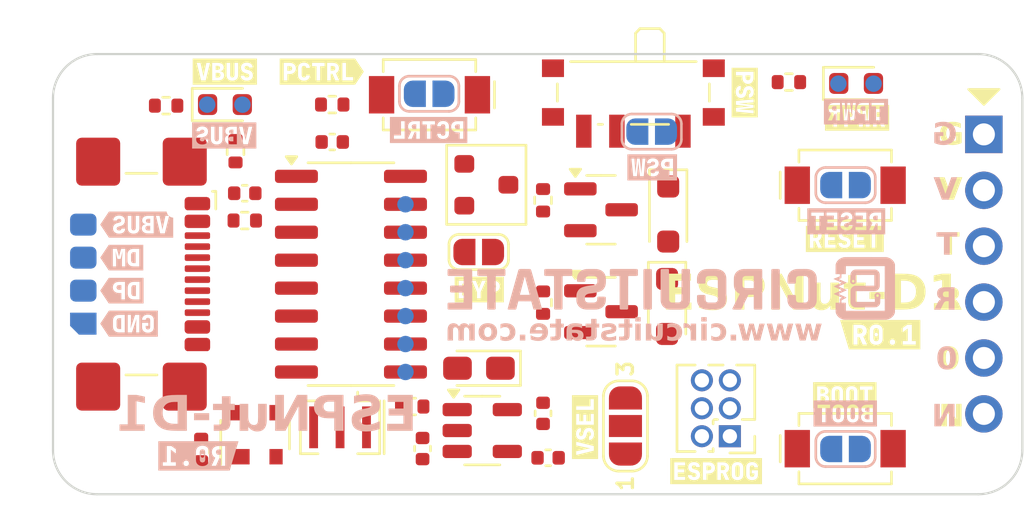
<source format=kicad_pcb>
(kicad_pcb (version 20241229) (generator "pcbnew") (generator_version "9.0")
  (title_block (date "2025-04-05") (rev "0.1"))
  (layers (0 "F.Cu" signal) (2 "B.Cu" signal) (13 "F.Paste" user) (15 "B.Paste" user) (5 "F.SilkS" user "F.Silkscreen") (7 "B.SilkS" user "B.Silkscreen") (1 "F.Mask" user) (3 "B.Mask" user) (25 "Edge.Cuts" user))
  (net 0 "")
  (net 1 "GND")
  (net 2 "/V3")
  (net 3 "VBUS")
  (net 4 "Net-(U2-BP)")
  (net 5 "+3V3")
  (net 6 "Net-(D1-K)")
  (net 7 "/ESP_NRST")
  (net 8 "Net-(D2-K)")
  (net 9 "/USB_D-")
  (net 10 "/USB_D+")
  (net 11 "/ESP_IO0")
  (net 12 "Net-(D4-K)")
  (net 13 "Net-(D5-K)")
  (net 14 "/ESP_VDD_O")
  (net 16 "Net-(J1-CC2)")
  (net 18 "Net-(J1-CC1)")
  (net 19 "/ESP_RX0")
  (net 20 "/ESP_TX0")
  (net 21 "Net-(JP3-A)")
  (net 22 "/ESP_VDD_I")
  (net 23 "Net-(JP6-B)")
  (net 24 "/RTS")
  (net 25 "Net-(Q1-B)")
  (net 26 "Net-(Q2-B)")
  (net 27 "/DTR")
  (net 28 "Net-(U1-RXD)")
  (net 29 "Net-(U1-R232)")
  (net 30 "Net-(U1-~{CTS})")
  (net 31 "Net-(U1-~{DSR})")
  (net 32 "Net-(U1-~{RI})")
  (net 33 "Net-(U1-~{DCD})")
  (net 34 "Net-(U1-XO)")
  (net 35 "Net-(U1-XI)")
  (footprint "Resistor_SMD:R_0402_1005Metric" (layer "F.Cu") (at 170.405 117.275)
    (property "Reference" "R9" (hide yes))
    (property "Value" "220R")
    (pad "1" smd roundrect (at -0.51 0) (size 0.54 0.64) (layers "F.Cu" "F.Mask" "F.Paste") (net 1 "GND"))
    (pad "2" smd roundrect (at 0.51 0) (size 0.54 0.64) (layers "F.Cu" "F.Mask" "F.Paste") (net 13 "Net-(D5-K)"))
  )
  (footprint "CSE_Solder-Jumper:Solder-Jumper-1x2_P1.3mm_Open_Rounded_1.0x1.2mm" (layer "F.Cu") (at 156.325 124.995)
    (property "Reference" "JP3" (hide yes))
    (property "Value" "VDD_CTRL_BYP")
    (pad "1" smd roundrect (at -0.65 0) (size 1 1.2) (layers "F.Cu" "F.Mask") (roundrect_rratio 0.4) (chamfer_ratio 0) (chamfer top_right bottom_right) (net 21 "Net-(JP3-A)"))
    (pad "2" smd roundrect (at 0.65 0) (size 1 1.2) (layers "F.Cu" "F.Mask") (roundrect_rratio 0.4) (chamfer_ratio 0) (chamfer top_left bottom_left) (net 22 "/ESP_VDD_I"))
  )
  (footprint "Diode_SMD:D_SOD-323_HandSoldering" (layer "F.Cu") (at 164.875 127.47 -90)
    (property "Reference" "D4" (hide yes))
    (property "Value" "RB751V40")
    (pad "1" smd roundrect (at -1.25 0 270) (size 1 1) (layers "F.Cu" "F.Mask" "F.Paste") (net 12 "Net-(D4-K)"))
    (pad "2" smd roundrect (at 1.25 0 270) (size 1 1) (layers "F.Cu" "F.Mask" "F.Paste") (net 11 "/ESP_IO0"))
  )
  (footprint "kibuzzard-67F0B0FE" (layer "F.Cu") (at 168.4 117.75 -90)
    (property "Reference" "kibuzzard-67F0B0FE" (hide yes))
    (property "Value" "G***" (hide yes))
  )
  (footprint "kibuzzard-67F0B847" (layer "F.Cu") (at 174.55 128.75)
    (property "Reference" "kibuzzard-67F0B847" (hide yes))
    (property "Value" "G***" (hide yes))
  )
  (footprint "LED_SMD:LED_0603_1608Metric" (layer "F.Cu") (at 173.455 117.335)
    (property "Reference" "D5" (hide yes))
    (property "Value" "ESP_PWR")
    (pad "1" smd roundrect (at -0.7875 0) (size 0.875 0.95) (layers "F.Cu" "F.Mask" "F.Paste") (net 13 "Net-(D5-K)"))
    (pad "2" smd roundrect (at 0.7875 0) (size 0.875 0.95) (layers "F.Cu" "F.Mask" "F.Paste") (net 14 "/ESP_VDD_O"))
  )
  (footprint "Resistor_SMD:R_0402_1005Metric" (layer "F.Cu") (at 153.305 132.015 180)
    (property "Reference" "R5" (hide yes))
    (property "Value" "220R")
    (pad "1" smd roundrect (at -0.51 0 180) (size 0.54 0.64) (layers "F.Cu" "F.Mask" "F.Paste") (net 20 "/ESP_TX0"))
    (pad "2" smd roundrect (at 0.51 0 180) (size 0.54 0.64) (layers "F.Cu" "F.Mask" "F.Paste") (net 28 "Net-(U1-RXD)"))
  )
  (footprint "kibuzzard-67F0B222" (layer "F.Cu") (at 144.8 116.8)
    (property "Reference" "kibuzzard-67F0B222" (hide yes))
    (property "Value" "G***" (hide yes))
  )
  (footprint "Package_SO:SOIC-16_3.9x9.9mm_P1.27mm" (layer "F.Cu") (at 150.525 126.001)
    (property "Reference" "U1" (hide yes))
    (property "Value" "CH340G")
    (pad "1" smd roundrect (at -2.475 -4.445) (size 1.95 0.6) (layers "F.Cu" "F.Mask" "F.Paste") (net 1 "GND"))
    (pad "2" smd roundrect (at -2.475 -3.175) (size 1.95 0.6) (layers "F.Cu" "F.Mask" "F.Paste") (net 19 "/ESP_RX0"))
    (pad "3" smd roundrect (at -2.475 -1.905) (size 1.95 0.6) (layers "F.Cu" "F.Mask" "F.Paste") (net 28 "Net-(U1-RXD)"))
    (pad "4" smd roundrect (at -2.475 -0.635) (size 1.95 0.6) (layers "F.Cu" "F.Mask" "F.Paste") (net 2 "/V3"))
    (pad "5" smd roundrect (at -2.475 0.635) (size 1.95 0.6) (layers "F.Cu" "F.Mask" "F.Paste") (net 10 "/USB_D+"))
    (pad "6" smd roundrect (at -2.475 1.905) (size 1.95 0.6) (layers "F.Cu" "F.Mask" "F.Paste") (net 9 "/USB_D-"))
    (pad "7" smd roundrect (at -2.475 3.175) (size 1.95 0.6) (layers "F.Cu" "F.Mask" "F.Paste") (net 35 "Net-(U1-XI)"))
    (pad "8" smd roundrect (at -2.475 4.445) (size 1.95 0.6) (layers "F.Cu" "F.Mask" "F.Paste") (net 34 "Net-(U1-XO)"))
    (pad "9" smd roundrect (at 2.475 4.445) (size 1.95 0.6) (layers "F.Cu" "F.Mask" "F.Paste") (net 30 "Net-(U1-~{CTS})"))
    (pad "10" smd roundrect (at 2.475 3.175) (size 1.95 0.6) (layers "F.Cu" "F.Mask" "F.Paste") (net 31 "Net-(U1-~{DSR})"))
    (pad "11" smd roundrect (at 2.475 1.905) (size 1.95 0.6) (layers "F.Cu" "F.Mask" "F.Paste") (net 32 "Net-(U1-~{RI})"))
    (pad "12" smd roundrect (at 2.475 0.635) (size 1.95 0.6) (layers "F.Cu" "F.Mask" "F.Paste") (net 33 "Net-(U1-~{DCD})"))
    (pad "13" smd roundrect (at 2.475 -0.635) (size 1.95 0.6) (layers "F.Cu" "F.Mask" "F.Paste") (net 27 "/DTR"))
    (pad "14" smd roundrect (at 2.475 -1.905) (size 1.95 0.6) (layers "F.Cu" "F.Mask" "F.Paste") (net 24 "/RTS"))
    (pad "15" smd roundrect (at 2.475 -3.175) (size 1.95 0.6) (layers "F.Cu" "F.Mask" "F.Paste") (net 29 "Net-(U1-R232)"))
    (pad "16" smd roundrect (at 2.475 -4.445) (size 1.95 0.6) (layers "F.Cu" "F.Mask" "F.Paste") (net 3 "VBUS"))
  )
  (footprint "Resistor_SMD:R_0402_1005Metric" (layer "F.Cu") (at 145.705 123.565 180)
    (property "Reference" "R6" (hide yes))
    (property "Value" "DNP")
    (pad "1" smd roundrect (at -0.51 0 180) (size 0.54 0.64) (layers "F.Cu" "F.Mask" "F.Paste") (net 28 "Net-(U1-RXD)"))
    (pad "2" smd roundrect (at 0.51 0 180) (size 0.54 0.64) (layers "F.Cu" "F.Mask" "F.Paste") (net 2 "/V3"))
  )
  (footprint "Resistor_SMD:R_0402_1005Metric" (layer "F.Cu") (at 142.135 118.345)
    (property "Reference" "R1" (hide yes))
    (property "Value" "220R")
    (pad "1" smd roundrect (at -0.51 0) (size 0.54 0.64) (layers "F.Cu" "F.Mask" "F.Paste") (net 1 "GND"))
    (pad "2" smd roundrect (at 0.51 0) (size 0.54 0.64) (layers "F.Cu" "F.Mask" "F.Paste") (net 8 "Net-(D2-K)"))
  )
  (footprint "MountingHole:MountingHole_2.2mm_M2_DIN965" (layer "F.Cu") (at 139 134)
    (property "Reference" "H2" (hide yes))
    (property "Value" "MountingHole")
    (pad "" np_thru_hole circle (at 0 0) (size 2.2 2.2) (drill 2.2) (layers "*.Cu" "*.Mask"))
  )
  (footprint "kibuzzard-67F0B314" (layer "F.Cu") (at 149.2 116.8)
    (property "Reference" "kibuzzard-67F0B314" (hide yes))
    (property "Value" "G***" (hide yes))
  )
  (footprint "Button_Switch_SMD:SW_SPDT_PCM12" (layer "F.Cu") (at 163.345 118.075 180)
    (property "Reference" "SW3" (hide yes))
    (property "Value" "ESP_VDD_SW")
    (pad "" smd rect (at -3.65 -0.78 180) (size 1 0.8) (layers "F.Cu" "F.Mask" "F.Paste"))
    (pad "" smd rect (at -3.65 1.43 180) (size 1 0.8) (layers "F.Cu" "F.Mask" "F.Paste"))
    (pad "" np_thru_hole circle (at -1.5 0.33 180) (size 0.9 0.9) (drill 0.9) (layers "*.Cu" "*.Mask"))
    (pad "" np_thru_hole circle (at 1.5 0.33 180) (size 0.9 0.9) (drill 0.9) (layers "*.Cu" "*.Mask"))
    (pad "" smd rect (at 3.65 -0.78 180) (size 1 0.8) (layers "F.Cu" "F.Mask" "F.Paste"))
    (pad "" smd rect (at 3.65 1.43 180) (size 1 0.8) (layers "F.Cu" "F.Mask" "F.Paste"))
    (pad "1" smd rect (at -2.25 -1.43 180) (size 0.7 1.5) (layers "F.Cu" "F.Mask" "F.Paste") (net 21 "Net-(JP3-A)"))
    (pad "2" smd rect (at 0.75 -1.43 180) (size 0.7 1.5) (layers "F.Cu" "F.Mask" "F.Paste") (net 14 "/ESP_VDD_O"))
    (pad "3" smd rect (at 2.25 -1.43 180) (size 0.7 1.5) (layers "F.Cu" "F.Mask" "F.Paste"))
  )
  (footprint "MountingHole:MountingHole_2.2mm_M2_DIN965" (layer "F.Cu") (at 139 118)
    (property "Reference" "H1" (hide yes))
    (property "Value" "MountingHole")
    (pad "" np_thru_hole circle (at 0 0) (size 2.2 2.2) (drill 2.2) (layers "*.Cu" "*.Mask"))
  )
  (footprint "Capacitor_SMD:C_0402_1005Metric" (layer "F.Cu") (at 149.675 119.995 180)
    (property "Reference" "C2" (hide yes))
    (property "Value" "0.1uF")
    (pad "1" smd roundrect (at -0.48 0 180) (size 0.56 0.62) (layers "F.Cu" "F.Mask" "F.Paste") (net 3 "VBUS"))
    (pad "2" smd roundrect (at 0.48 0 180) (size 0.56 0.62) (layers "F.Cu" "F.Mask" "F.Paste") (net 1 "GND"))
  )
  (footprint "Crystal:Resonator_SMD_Murata_CSTxExxV-3Pin_3.0x1.1mm" (layer "F.Cu") (at 150.03 132.96 180)
    (property "Reference" "Y1" (hide yes))
    (property "Value" "12MHz")
    (pad "1" smd rect (at -1.2 0 180) (size 0.4 1.9) (layers "F.Cu" "F.Mask" "F.Paste") (net 35 "Net-(U1-XI)"))
    (pad "2" smd rect (at 0 0 180) (size 0.4 1.9) (layers "F.Cu" "F.Mask" "F.Paste") (net 1 "GND"))
    (pad "3" smd rect (at 1.2 0 180) (size 0.4 1.9) (layers "F.Cu" "F.Mask" "F.Paste") (net 34 "Net-(U1-XO)"))
  )
  (footprint "Resistor_SMD:R_0402_1005Metric" (layer "F.Cu") (at 159.245 122.645 -90)
    (property "Reference" "R4" (hide yes))
    (property "Value" "10K")
    (pad "1" smd roundrect (at -0.51 0 270) (size 0.54 0.64) (layers "F.Cu" "F.Mask" "F.Paste") (net 25 "Net-(Q1-B)"))
    (pad "2" smd roundrect (at 0.51 0 270) (size 0.54 0.64) (layers "F.Cu" "F.Mask" "F.Paste") (net 27 "/DTR"))
  )
  (footprint "kibuzzard-67F0B186" (layer "F.Cu") (at 173.5 118.9)
    (property "Reference" "kibuzzard-67F0B186" (hide yes))
    (property "Value" "G***" (hide yes))
  )
  (footprint "Capacitor_SMD:C_0402_1005Metric" (layer "F.Cu") (at 159.475 134.345)
    (property "Reference" "C4" (hide yes))
    (property "Value" "470pF")
    (pad "1" smd roundrect (at -0.48 0) (size 0.56 0.62) (layers "F.Cu" "F.Mask" "F.Paste") (net 4 "Net-(U2-BP)"))
    (pad "2" smd roundrect (at 0.48 0) (size 0.56 0.62) (layers "F.Cu" "F.Mask" "F.Paste") (net 1 "GND"))
  )
  (footprint "Package_TO_SOT_SMD_AKL:SOT-23" (layer "F.Cu") (at 156.67 121.94)
    (property "Reference" "Q3" (hide yes))
    (property "Value" "Si2302CDS" (hide yes))
    (pad "1" smd roundrect (at -1 -0.95) (size 0.9 0.8) (layers "F.Cu" "F.Mask" "F.Paste") (net 23 "Net-(JP6-B)"))
    (pad "2" smd roundrect (at -1 0.95) (size 0.9 0.8) (layers "F.Cu" "F.Mask" "F.Paste") (net 21 "Net-(JP3-A)"))
    (pad "3" smd roundrect (at 1 0) (size 0.9 0.8) (layers "F.Cu" "F.Mask" "F.Paste") (net 22 "/ESP_VDD_I"))
  )
  (footprint "Resistor_SMD:R_0402_1005Metric" (layer "F.Cu") (at 149.675 118.295)
    (property "Reference" "R8" (hide yes))
    (property "Value" "5.1K")
    (pad "1" smd roundrect (at -0.51 0) (size 0.54 0.64) (layers "F.Cu" "F.Mask" "F.Paste") (net 27 "/DTR"))
    (pad "2" smd roundrect (at 0.51 0) (size 0.54 0.64) (layers "F.Cu" "F.Mask" "F.Paste") (net 23 "Net-(JP6-B)"))
  )
  (footprint "Resistor_SMD:R_0402_1005Metric" (layer "F.Cu") (at 145.285 120.415 90)
    (property "Reference" "R2" (hide yes))
    (property "Value" "5.1K")
    (pad "1" smd roundrect (at -0.51 0 90) (size 0.54 0.64) (layers "F.Cu" "F.Mask" "F.Paste") (net 18 "Net-(J1-CC1)"))
    (pad "2" smd roundrect (at 0.51 0 90) (size 0.54 0.64) (layers "F.Cu" "F.Mask" "F.Paste") (net 1 "GND"))
  )
  (footprint "Package_TO_SOT_SMD:SOT-23" (layer "F.Cu") (at 161.875 127.707)
    (property "Reference" "Q2" (hide yes))
    (property "Value" "BC817")
    (pad "1" smd roundrect (at -0.9375 -0.95) (size 1.475 0.6) (layers "F.Cu" "F.Mask" "F.Paste") (net 26 "Net-(Q2-B)"))
    (pad "2" smd roundrect (at -0.9375 0.95) (size 1.475 0.6) (layers "F.Cu" "F.Mask" "F.Paste") (net 27 "/DTR"))
    (pad "3" smd roundrect (at 0.9375 0) (size 1.475 0.6) (layers "F.Cu" "F.Mask" "F.Paste") (net 12 "Net-(D4-K)"))
  )
  (footprint "Package_TO_SOT_SMD:SOT-143" (layer "F.Cu") (at 146.175 133.295 90)
    (property "Reference" "D3" (hide yes))
    (property "Value" "SP0503BAHT")
    (pad "1" smd rect (at -1 -0.75 90) (size 0.7 1) (layers "F.Cu" "F.Mask" "F.Paste") (net 1 "GND"))
    (pad "2" smd rect (at -1 0.95 90) (size 0.7 0.6) (layers "F.Cu" "F.Mask" "F.Paste") (net 3 "VBUS"))
    (pad "3" smd rect (at 1 0.95 90) (size 0.7 0.6) (layers "F.Cu" "F.Mask" "F.Paste") (net 9 "/USB_D-"))
    (pad "4" smd rect (at 1 -0.95 90) (size 0.7 0.6) (layers "F.Cu" "F.Mask" "F.Paste") (net 10 "/USB_D+"))
  )
  (footprint "Capacitor_Tantalum_SMD:CP_EIA-2012-12_Kemet-R_Pad1.30x1.05mm_HandSolder" (layer "F.Cu") (at 156.335 130.275 180)
    (property "Reference" "C5" (hide yes))
    (property "Value" "2.2uF")
    (pad "1" smd roundrect (at -0.975 0 180) (size 1.3 1.05) (layers "F.Cu" "F.Mask" "F.Paste") (roundrect_rratio 0.238095) (net 5 "+3V3"))
    (pad "2" smd roundrect (at 0.975 0 180) (size 1.3 1.05) (layers "F.Cu" "F.Mask" "F.Paste") (roundrect_rratio 0.238095) (net 1 "GND"))
  )
  (footprint "kibuzzard-67F0B154" (layer "F.Cu") (at 172.9425 131.5)
    (property "Reference" "kibuzzard-67F0B154" (hide yes))
    (property "Value" "G***" (hide yes))
  )
  (footprint "CSE_Switch_SMD:CK_SW_SPST_UK-B0273-SP25Y" (layer "F.Cu") (at 172.96 133.93)
    (property "Reference" "SW2" (hide yes))
    (property "Value" "ESP_BOOT")
    (pad "1" smd rect (at -2.175 0) (size 1.15 1.7) (layers "F.Cu" "F.Mask" "F.Paste") (net 1 "GND"))
    (pad "2" smd rect (at 2.175 0) (size 1.15 1.7) (layers "F.Cu" "F.Mask" "F.Paste") (net 11 "/ESP_IO0"))
  )
  (footprint "kibuzzard-67F0B12D" (layer "F.Cu") (at 156.35 126.7)
    (property "Reference" "kibuzzard-67F0B12D" (hide yes))
    (property "Value" "G***" (hide yes))
  )
  (footprint "Capacitor_SMD:C_0402_1005Metric" (layer "F.Cu") (at 153.775 133.925 90)
    (property "Reference" "C3" (hide yes))
    (property "Value" "10uF")
    (pad "1" smd roundrect (at -0.48 0 90) (size 0.56 0.62) (layers "F.Cu" "F.Mask" "F.Paste") (net 3 "VBUS"))
    (pad "2" smd roundrect (at 0.48 0 90) (size 0.56 0.62) (layers "F.Cu" "F.Mask" "F.Paste") (net 1 "GND"))
  )
  (footprint "CSE_Connector_USB:USB_C_Receptacle_GCT_USB4110" (layer "F.Cu") (at 139.875 126 -90)
    (property "Reference" "J1" (hide yes))
    (property "Value" "USB_C_Receptacle_USB2.0")
    (pad "" np_thru_hole circle (at -2.89 -2.605 270) (size 0.65 0.65) (drill 0.65) (layers "*.Cu" "*.Mask"))
    (pad "" np_thru_hole circle (at 2.89 -2.605 270) (size 0.65 0.65) (drill 0.65) (layers "*.Cu" "*.Mask"))
    (pad "A1" smd roundrect (at -3.2 -3.68 270) (size 0.6 1.15) (layers "F.Cu" "F.Mask" "F.Paste") (net 1 "GND"))
    (pad "A4" smd roundrect (at -2.4 -3.68 270) (size 0.6 1.15) (layers "F.Cu" "F.Mask" "F.Paste") (net 3 "VBUS"))
    (pad "A5" smd roundrect (at -1.25 -3.68 270) (size 0.3 1.15) (layers "F.Cu" "F.Mask" "F.Paste") (net 18 "Net-(J1-CC1)"))
    (pad "A6" smd roundrect (at -0.25 -3.68 270) (size 0.3 1.15) (layers "F.Cu" "F.Mask" "F.Paste") (net 10 "/USB_D+"))
    (pad "A7" smd roundrect (at 0.25 -3.68 270) (size 0.3 1.15) (layers "F.Cu" "F.Mask" "F.Paste") (net 9 "/USB_D-"))
    (pad "A8" smd roundrect (at 1.25 -3.68 270) (size 0.3 1.15) (layers "F.Cu" "F.Mask" "F.Paste"))
    (pad "A9" smd roundrect (at 2.4 -3.68 270) (size 0.6 1.15) (layers "F.Cu" "F.Mask" "F.Paste") (net 3 "VBUS"))
    (pad "A12" smd roundrect (at 3.2 -3.68 270) (size 0.6 1.15) (layers "F.Cu" "F.Mask" "F.Paste") (net 1 "GND"))
    (pad "B1" smd roundrect (at 3.2 -3.68 270) (size 0.6 1.15) (layers "F.Cu" "F.Mask" "F.Paste") (net 1 "GND"))
    (pad "B4" smd roundrect (at 2.4 -3.68 270) (size 0.6 1.15) (layers "F.Cu" "F.Mask" "F.Paste") (net 3 "VBUS"))
    (pad "B5" smd roundrect (at 1.75 -3.68 270) (size 0.3 1.15) (layers "F.Cu" "F.Mask" "F.Paste") (net 16 "Net-(J1-CC2)"))
    (pad "B6" smd roundrect (at 0.75 -3.68 270) (size 0.3 1.15) (layers "F.Cu" "F.Mask" "F.Paste") (net 10 "/USB_D+"))
    (pad "B7" smd roundrect (at -0.75 -3.68 270) (size 0.3 1.15) (layers "F.Cu" "F.Mask" "F.Paste") (net 9 "/USB_D-"))
    (pad "B8" smd roundrect (at -1.75 -3.68 270) (size 0.3 1.15) (layers "F.Cu" "F.Mask" "F.Paste"))
    (pad "B9" smd roundrect (at -2.4 -3.68 270) (size 0.6 1.15) (layers "F.Cu" "F.Mask" "F.Paste") (net 3 "VBUS"))
    (pad "B12" smd roundrect (at -3.2 -3.68 270) (size 0.6 1.15) (layers "F.Cu" "F.Mask" "F.Paste") (net 1 "GND"))
    (pad "S1" smd roundrect (at -5.11 -3.105 270) (size 2.18 2) (layers "F.Cu" "F.Mask" "F.Paste") (roundrect_rratio 0.125) (net 1 "GND"))
    (pad "S1" smd roundrect (at -5.11 0.825 270) (size 2.18 2) (layers "F.Cu" "F.Mask" "F.Paste") (roundrect_rratio 0.125) (net 1 "GND"))
    (pad "S1" smd roundrect (at 5.11 -3.105 270) (size 2.18 2) (layers "F.Cu" "F.Mask" "F.Paste") (roundrect_rratio 0.125) (net 1 "GND"))
    (pad "S1" smd roundrect (at 5.11 0.825 270) (size 2.18 2) (layers "F.Cu" "F.Mask" "F.Paste") (roundrect_rratio 0.125) (net 1 "GND"))
  )
  (footprint "Connector_PinHeader_1.27mm:PinHeader_2x03_P1.27mm_Vertical" (layer "F.Cu") (at 167.725 133.365 180)
    (property "Reference" "J4" (hide yes))
    (property "Value" "ESP_PROG")
    (pad "1" thru_hole rect (at 0 0 180) (size 1 1) (drill 0.65) (layers "*.Cu" "*.Mask") (net 7 "/ESP_NRST"))
    (pad "2" thru_hole oval (at 1.27 0 180) (size 1 1) (drill 0.65) (layers "*.Cu" "*.Mask") (net 14 "/ESP_VDD_O"))
    (pad "3" thru_hole oval (at 0 1.27 180) (size 1 1) (drill 0.65) (layers "*.Cu" "*.Mask") (net 20 "/ESP_TX0"))
    (pad "4" thru_hole oval (at 1.27 1.27 180) (size 1 1) (drill 0.65) (layers "*.Cu" "*.Mask") (net 1 "GND"))
    (pad "5" thru_hole oval (at 0 2.54 180) (size 1 1) (drill 0.65) (layers "*.Cu" "*.Mask") (net 19 "/ESP_RX0"))
    (pad "6" thru_hole oval (at 1.27 2.54 180) (size 1 1) (drill 0.65) (layers "*.Cu" "*.Mask") (net 11 "/ESP_IO0"))
  )
  (footprint "CSE_Switch_SMD:CK_SW_SPST_UK-B0273-SP25Y" (layer "F.Cu") (at 154.09 117.85 180)
    (property "Reference" "SW4" (hide yes))
    (property "Value" "POW_CTRL")
    (pad "1" smd rect (at -2.175 0 180) (size 1.15 1.7) (layers "F.Cu" "F.Mask" "F.Paste") (net 1 "GND"))
    (pad "2" smd rect (at 2.175 0 180) (size 1.15 1.7) (layers "F.Cu" "F.Mask" "F.Paste") (net 23 "Net-(JP6-B)"))
  )
  (footprint "Package_TO_SOT_SMD:SOT-23" (layer "F.Cu") (at 161.875 123.076)
    (property "Reference" "Q1" (hide yes))
    (property "Value" "BC817")
    (pad "1" smd roundrect (at -0.9375 -0.95) (size 1.475 0.6) (layers "F.Cu" "F.Mask" "F.Paste") (net 25 "Net-(Q1-B)"))
    (pad "2" smd roundrect (at -0.9375 0.95) (size 1.475 0.6) (layers "F.Cu" "F.Mask" "F.Paste") (net 24 "/RTS"))
    (pad "3" smd roundrect (at 0.9375 0) (size 1.475 0.6) (layers "F.Cu" "F.Mask" "F.Paste") (net 6 "Net-(D1-K)"))
  )
  (footprint "CSE_Switch_SMD:CK_SW_SPST_UK-B0273-SP25Y" (layer "F.Cu") (at 172.96 121.96)
    (property "Reference" "SW1" (hide yes))
    (property "Value" "ESP_RST")
    (pad "1" smd rect (at -2.175 0) (size 1.15 1.7) (layers "F.Cu" "F.Mask" "F.Paste") (net 1 "GND"))
    (pad "2" smd rect (at 2.175 0) (size 1.15 1.7) (layers "F.Cu" "F.Mask" "F.Paste") (net 7 "/ESP_NRST"))
  )
  (footprint "LED_SMD:LED_0603_1608Metric" (layer "F.Cu") (at 144.805 118.295)
    (property "Reference" "D2" (hide yes))
    (property "Value" "VBUS_LED")
    (pad "1" smd roundrect (at -0.7875 0) (size 0.875 0.95) (layers "F.Cu" "F.Mask" "F.Paste") (net 8 "Net-(D2-K)"))
    (pad "2" smd roundrect (at 0.7875 0) (size 0.875 0.95) (layers "F.Cu" "F.Mask" "F.Paste") (net 3 "VBUS"))
  )
  (footprint "kibuzzard-67F0B13A" (layer "F.Cu") (at 161.15 132.95 90)
    (property "Reference" "kibuzzard-67F0B13A" (hide yes))
    (property "Value" "G***" (hide yes))
  )
  (footprint "Connector_PinHeader_2.54mm:PinHeader_1x06_P2.54mm_Vertical" (layer "F.Cu") (at 179.255 119.65)
    (property "Reference" "J2" (hide yes))
    (property "Value" "ESP_CONN")
    (pad "1" thru_hole rect (at 0 0) (size 1.7 1.7) (drill 1) (layers "*.Cu" "*.Mask") (net 1 "GND"))
    (pad "2" thru_hole oval (at 0 2.54) (size 1.7 1.7) (drill 1) (layers "*.Cu" "*.Mask") (net 14 "/ESP_VDD_O"))
    (pad "3" thru_hole oval (at 0 5.08) (size 1.7 1.7) (drill 1) (layers "*.Cu" "*.Mask") (net 20 "/ESP_TX0"))
    (pad "4" thru_hole oval (at 0 7.62) (size 1.7 1.7) (drill 1) (layers "*.Cu" "*.Mask") (net 19 "/ESP_RX0"))
    (pad "5" thru_hole oval (at 0 10.16) (size 1.7 1.7) (drill 1) (layers "*.Cu" "*.Mask") (net 11 "/ESP_IO0"))
    (pad "6" thru_hole oval (at 0 12.7) (size 1.7 1.7) (drill 1) (layers "*.Cu" "*.Mask") (net 7 "/ESP_NRST"))
  )
  (footprint "CSE_Solder-Jumper:Solder-Jumper-1x3_P1.3mm_Open_Rounded_1.0x1.5mm_Labels" (layer "F.Cu") (at 162.985 132.9 90)
    (property "Reference" "JP4" (hide yes))
    (property "Value" "ESPV_SEL")
    (fp_text user "1" (at -2.6 0 90) (layer "F.SilkS") (effects (font (size 0.7 0.7))))
    (fp_text user "3" (at 2.6 0 90) (layer "F.SilkS") (effects (font (size 0.7 0.7))))
    (pad "1" smd custom (at -1.3 0 90) (size 1 0.5) (layers "F.Cu" "F.Mask") (net 3 "VBUS") (options (clearance outline) (anchor rect)) (primitives (gr_circle (center 0 0.25) (end 0.5 0.25) (width 0) (fill yes)) (gr_circle (center 0 -0.25) (end 0.5 -0.25) (width 0) (fill yes)) (gr_poly (pts (xy 0.55 0.75) (xy 0 0.75) (xy 0 -0.75) (xy 0.55 -0.75)) (width 0) (fill yes))))
    (pad "2" smd rect (at 0 0 90) (size 1 1.5) (layers "F.Cu" "F.Mask") (net 22 "/ESP_VDD_I"))
    (pad "3" smd custom (at 1.3 0 90) (size 1 0.5) (layers "F.Cu" "F.Mask") (net 5 "+3V3") (options (clearance outline) (anchor rect)) (primitives (gr_circle (center 0 0.25) (end 0.5 0.25) (width 0) (fill yes)) (gr_circle (center 0 -0.25) (end 0.5 -0.25) (width 0) (fill yes)) (gr_poly (pts (xy 0 0.75) (xy -0.55 0.75) (xy -0.55 -0.75) (xy 0 -0.75)) (width 0) (fill yes))))
  )
  (footprint "kibuzzard-67F0B15A" (layer "F.Cu") (at 172.9425 124.4)
    (property "Reference" "kibuzzard-67F0B15A" (hide yes))
    (property "Value" "G***" (hide yes))
  )
  (footprint "kibuzzard-67F0B829" (layer "F.Cu") (at 167.1 134.95)
    (property "Reference" "kibuzzard-67F0B829" (hide yes))
    (property "Value" "G***" (hide yes))
  )
  (footprint "Diode_SMD:D_SOD-323_HandSoldering" (layer "F.Cu") (at 164.925 123.27 -90)
    (property "Reference" "D1" (hide yes))
    (property "Value" "RB751V40")
    (pad "1" smd roundrect (at -1.25 0 270) (size 1 1) (layers "F.Cu" "F.Mask" "F.Paste") (net 6 "Net-(D1-K)"))
    (pad "2" smd roundrect (at 1.25 0 270) (size 1 1) (layers "F.Cu" "F.Mask" "F.Paste") (net 7 "/ESP_NRST"))
  )
  (footprint "Resistor_SMD:R_0402_1005Metric" (layer "F.Cu") (at 143.725 133.985 -90)
    (property "Reference" "R3" (hide yes))
    (property "Value" "5.1K")
    (pad "1" smd roundrect (at -0.51 0 270) (size 0.54 0.64) (layers "F.Cu" "F.Mask" "F.Paste") (net 16 "Net-(J1-CC2)"))
    (pad "2" smd roundrect (at 0.51 0 270) (size 0.54 0.64) (layers "F.Cu" "F.Mask" "F.Paste") (net 1 "GND"))
  )
  (footprint "Resistor_SMD:R_0402_1005Metric" (layer "F.Cu") (at 159.245 127.295 90)
    (property "Reference" "R7" (hide yes))
    (property "Value" "10K")
    (pad "1" smd roundrect (at -0.51 0 90) (size 0.54 0.64) (layers "F.Cu" "F.Mask" "F.Paste") (net 26 "Net-(Q2-B)"))
    (pad "2" smd roundrect (at 0.51 0 90) (size 0.54 0.64) (layers "F.Cu" "F.Mask" "F.Paste") (net 24 "/RTS"))
  )
  (footprint "Capacitor_SMD:C_0402_1005Metric" (layer "F.Cu") (at 145.705 122.325 180)
    (property "Reference" "C1" (hide yes))
    (property "Value" "0.1uF")
    (pad "1" smd roundrect (at -0.48 0 180) (size 0.56 0.62) (layers "F.Cu" "F.Mask" "F.Paste") (net 2 "/V3"))
    (pad "2" smd roundrect (at 0.48 0 180) (size 0.56 0.62) (layers "F.Cu" "F.Mask" "F.Paste") (net 1 "GND"))
  )
  (footprint "Capacitor_SMD:C_0402_1005Metric" (layer "F.Cu") (at 159.245 132.325 -90)
    (property "Reference" "C6" (hide yes))
    (property "Value" "10uF")
    (pad "1" smd roundrect (at -0.48 0 270) (size 0.56 0.62) (layers "F.Cu" "F.Mask" "F.Paste") (net 5 "+3V3"))
    (pad "2" smd roundrect (at 0.48 0 270) (size 0.56 0.62) (layers "F.Cu" "F.Mask" "F.Paste") (net 1 "GND"))
  )
  (footprint "Package_TO_SOT_SMD:SOT-23-5" (layer "F.Cu") (at 156.485 133.106)
    (property "Reference" "U2" (hide yes))
    (property "Value" "MIC5219-3.3YM5")
    (pad "1" smd roundrect (at -1.1375 -0.95) (size 1.325 0.6) (layers "F.Cu" "F.Mask" "F.Paste") (net 3 "VBUS"))
    (pad "2" smd roundrect (at -1.1375 0) (size 1.325 0.6) (layers "F.Cu" "F.Mask" "F.Paste") (net 1 "GND"))
    (pad "3" smd roundrect (at -1.1375 0.95) (size 1.325 0.6) (layers "F.Cu" "F.Mask" "F.Paste") (net 3 "VBUS"))
    (pad "4" smd roundrect (at 1.1375 0.95) (size 1.325 0.6) (layers "F.Cu" "F.Mask" "F.Paste") (net 4 "Net-(U2-BP)"))
    (pad "5" smd roundrect (at 1.1375 -0.95) (size 1.325 0.6) (layers "F.Cu" "F.Mask" "F.Paste") (net 5 "+3V3"))
  )
  (footprint "SparkFun-Connector:TestPoint-0.75mm" (layer "B.Cu") (at 153 122.826 180)
    (property "Reference" "TP1" (hide yes))
    (property "Value" "R232")
    (pad "1" smd roundrect (at 0 0 180) (size 0.75 0.75) (layers "B.Cu" "B.Mask") (roundrect_rratio 0.5) (net 29 "Net-(U1-R232)"))
  )
  (footprint "kibuzzard-67F0C2E8" (layer "B.Cu") (at 140.8 123.75 180)
    (property "Reference" "kibuzzard-67F0C2E8" (hide yes))
    (property "Value" "G***" (hide yes))
  )
  (footprint "SparkFun-Connector:TestPoint-0.75mm" (layer "B.Cu") (at 153 129.176 180)
    (property "Reference" "TP3" (hide yes))
    (property "Value" "DSR")
    (pad "1" smd roundrect (at 0 0 180) (size 0.75 0.75) (layers "B.Cu" "B.Mask") (roundrect_rratio 0.5) (net 31 "Net-(U1-~{DSR})"))
  )
  (footprint "CSE_Graphics:CSE-Logomark-20.4x5mm" (layer "B.Cu") (at 165.05 126.85 180)
    (property "Reference" "G***" (hide yes))
    (property "Value" "LOGO" (hide yes))
  )
  (footprint "kibuzzard-67F0B15A" (layer "B.Cu") (at 173.0075 123.6 180)
    (property "Reference" "kibuzzard-67F0B15A" (hide yes))
    (property "Value" "G***" (hide yes))
  )
  (footprint "SparkFun-Connector:TestPoint-0.75mm" (layer "B.Cu") (at 145.599264 118.300736)
    (property "Reference" "TP8" (hide yes))
    (property "Value" "CTS")
    (pad "1" smd roundrect (at 0 0) (size 0.75 0.75) (layers "B.Cu" "B.Mask") (roundrect_rratio 0.5) (net 3 "VBUS"))
  )
  (footprint "SparkFun-Connector:TestPoint-0.75mm" (layer "B.Cu") (at 153 127.906 180)
    (property "Reference" "TP4" (hide yes))
    (property "Value" "RI")
    (pad "1" smd roundrect (at 0 0 180) (size 0.75 0.75) (layers "B.Cu" "B.Mask") (roundrect_rratio 0.5) (net 32 "Net-(U1-~{RI})"))
  )
  (footprint "SparkFun-Connector:TestPoint-0.75mm" (layer "B.Cu") (at 153 126.636 180)
    (property "Reference" "TP5" (hide yes))
    (property "Value" "DCD")
    (pad "1" smd roundrect (at 0 0 180) (size 0.75 0.75) (layers "B.Cu" "B.Mask") (roundrect_rratio 0.5) (net 33 "Net-(U1-~{DCD})"))
  )
  (footprint "kibuzzard-67F0B154" (layer "B.Cu") (at 172.960753 132.330822 180)
    (property "Reference" "kibuzzard-67F0B154" (hide yes))
    (property "Value" "G***" (hide yes))
  )
  (footprint "kibuzzard-67F0C318" (layer "B.Cu") (at 140.451507 128.25 180)
    (property "Reference" "kibuzzard-67F0C318" (hide yes))
    (property "Value" "G***" (hide yes))
  )
  (footprint "SparkFun-Connector:TestPoint-0.75mm" (layer "B.Cu") (at 174.249264 117.34632)
    (property "Reference" "TP10" (hide yes))
    (property "Value" "CTS")
    (pad "1" smd roundrect (at 0 0) (size 0.75 0.75) (layers "B.Cu" "B.Mask") (roundrect_rratio 0.5) (net 14 "/ESP_VDD_O"))
  )
  (footprint "kibuzzard-67F0B0FE" (layer "B.Cu") (at 164.2 121.15 180)
    (property "Reference" "kibuzzard-67F0B0FE" (hide yes))
    (property "Value" "G***" (hide yes))
  )
  (footprint "kibuzzard-67F0B222" (layer "B.Cu") (at 144.772192 119.7 180)
    (property "Reference" "kibuzzard-67F0B222" (hide yes))
    (property "Value" "G***" (hide yes))
  )
  (footprint "SparkFun-Connector:TestPoint-0.75mm" (layer "B.Cu") (at 153 125.366 180)
    (property "Reference" "TP6" (hide yes))
    (property "Value" "DTR")
    (pad "1" smd roundrect (at 0 0 180) (size 0.75 0.75) (layers "B.Cu" "B.Mask") (roundrect_rratio 0.5) (net 27 "/DTR"))
  )
  (footprint "CSE_Solder-Jumper:Solder-Jumper-1x2_P1.3mm_Open_Rounded_1.0x1.2mm" (layer "B.Cu") (at 172.975 133.945)
    (property "Reference" "JP2" (hide yes))
    (property "Value" "ESP_BOOT")
    (pad "1" smd roundrect (at -0.65 0) (size 1 1.2) (layers "B.Cu" "B.Mask") (roundrect_rratio 0.4) (chamfer_ratio 0) (chamfer top_right bottom_right) (net 1 "GND"))
    (pad "2" smd roundrect (at 0.65 0) (size 1 1.2) (layers "B.Cu" "B.Mask") (roundrect_rratio 0.4) (chamfer_ratio 0) (chamfer top_left bottom_left) (net 11 "/ESP_IO0"))
  )
  (footprint "CSE_Solder-Jumper:Solder-Jumper-1x2_P1.3mm_Open_Rounded_1.0x1.2mm" (layer "B.Cu") (at 172.975 121.955)
    (property "Reference" "JP1" (hide yes))
    (property "Value" "ESP_RST")
    (pad "1" smd roundrect (at -0.65 0) (size 1 1.2) (layers "B.Cu" "B.Mask") (roundrect_rratio 0.4) (chamfer_ratio 0) (chamfer top_right bottom_right) (net 1 "GND"))
    (pad "2" smd roundrect (at 0.65 0) (size 1 1.2) (layers "B.Cu" "B.Mask") (roundrect_rratio 0.4) (chamfer_ratio 0) (chamfer top_left bottom_left) (net 7 "/ESP_NRST"))
  )
  (footprint "SparkFun-Connector:TestPoint-0.75mm" (layer "B.Cu") (at 172.649264 117.344848)
    (property "Reference" "TP11" (hide yes))
    (property "Value" "CTS")
    (pad "1" smd roundrect (at 0 0) (size 0.75 0.75) (layers "B.Cu" "B.Mask") (roundrect_rratio 0.5) (net 13 "Net-(D5-K)"))
  )
  (footprint "kibuzzard-67F0C30C" (layer "B.Cu") (at 140.127306 126.75 180)
    (property "Reference" "kibuzzard-67F0C30C" (hide yes))
    (property "Value" "G***" (hide yes))
  )
  (footprint "kibuzzard-67F0C300" (layer "B.Cu") (at 140.120731 125.25 180)
    (property "Reference" "kibuzzard-67F0C300" (hide yes))
    (property "Value" "G***" (hide yes))
  )
  (footprint "CSE_Solder-Jumper:Solder-Jumper-1x2_P1.3mm_Open_Rounded_1.0x1.2mm" (layer "B.Cu") (at 164.175 119.525 180)
    (property "Reference" "JP5" (hide yes))
    (property "Value" "ESP_VDD_SW")
    (pad "1" smd roundrect (at -0.65 0 180) (size 1 1.2) (layers "B.Cu" "B.Mask") (roundrect_rratio 0.4) (chamfer_ratio 0) (chamfer top_right bottom_right) (net 14 "/ESP_VDD_O"))
    (pad "2" smd roundrect (at 0.65 0 180) (size 1 1.2) (layers "B.Cu" "B.Mask") (roundrect_rratio 0.4) (chamfer_ratio 0) (chamfer top_left bottom_left) (net 21 "Net-(JP3-A)"))
  )
  (footprint "kibuzzard-67F0B186" (layer "B.Cu") (at 173.45 118.617352 180)
    (property "Reference" "kibuzzard-67F0B186" (hide yes))
    (property "Value" "G***" (hide yes))
  )
  (footprint "CSE_Solder-Jumper:Solder-Jumper-1x2_P1.3mm_Open_Rounded_1.0x1.2mm" (layer "B.Cu") (at 154.075 117.805 180)
    (property "Reference" "JP6" (hide yes))
    (property "Value" "POW_CTRL")
    (pad "1" smd roundrect (at -0.65 0 180) (size 1 1.2) (layers "B.Cu" "B.Mask") (roundrect_rratio 0.4) (chamfer_ratio 0) (chamfer top_right bottom_right) (net 1 "GND"))
    (pad "2" smd roundrect (at 0.65 0 180) (size 1 1.2) (layers "B.Cu" "B.Mask") (roundrect_rratio 0.4) (chamfer_ratio 0) (chamfer top_left bottom_left) (net 23 "Net-(JP6-B)"))
  )
  (footprint "CSE_Solderpads:Solderpad_1x4_Rectangular_Rounded_1.2x1mm_P1.5mm" (layer "B.Cu") (at 138.375 126)
    (property "Reference" "J3" (hide yes))
    (property "Value" "USB_PADS")
    (pad "1" smd roundrect (at 0 2.25) (size 1.2 1) (layers "B.Cu" "B.Mask") (roundrect_rratio 0) (chamfer_ratio 0.4) (chamfer bottom_left) (net 1 "GND"))
    (pad "2" smd roundrect (at 0 0.75) (size 1.2 1) (layers "B.Cu" "B.Mask") (net 10 "/USB_D+"))
    (pad "3" smd roundrect (at 0 -0.75) (size 1.2 1) (layers "B.Cu" "B.Mask") (net 9 "/USB_D-"))
    (pad "4" smd roundrect (at 0 -2.25) (size 1.2 1) (layers "B.Cu" "B.Mask") (net 3 "VBUS"))
  )
  (footprint "SparkFun-Connector:TestPoint-0.75mm" (layer "B.Cu") (at 143.999264 118.297792)
    (property "Reference" "TP9" (hide yes))
    (property "Value" "CTS")
    (pad "1" smd roundrect (at 0 0) (size 0.75 0.75) (layers "B.Cu" "B.Mask") (roundrect_rratio 0.5) (net 8 "Net-(D2-K)"))
  )
  (footprint "kibuzzard-67F0B847" (layer "B.Cu") (at 143.6 134.258296 180)
    (property "Reference" "kibuzzard-67F0B847" (hide yes))
    (property "Value" "G***" (hide yes))
  )
  (footprint "SparkFun-Connector:TestPoint-0.75mm" (layer "B.Cu") (at 153 130.446 180)
    (property "Reference" "TP2" (hide yes))
    (property "Value" "CTS")
    (pad "1" smd roundrect (at 0 0 180) (size 0.75 0.75) (layers "B.Cu" "B.Mask") (roundrect_rratio 0.5) (net 30 "Net-(U1-~{CTS})"))
  )
  (footprint "kibuzzard-67F0C2BD" (layer "B.Cu") (at 154.05 119.45 180)
    (property "Reference" "kibuzzard-67F0C2BD" (hide yes))
    (property "Value" "G***" (hide yes))
  )
  (footprint "SparkFun-Connector:TestPoint-0.75mm" (layer "B.Cu") (at 153 124.096 180)
    (property "Reference" "TP7" (hide yes))
    (property "Value" "RTS")
    (pad "1" smd roundrect (at 0 0 180) (size 0.75 0.75) (layers "B.Cu" "B.Mask") (roundrect_rratio 0.5) (net 24 "/RTS"))
  )
  (gr_poly (pts (xy 178.555 117.6) (xy 179.255 118.3) (xy 179.955 117.6)) (stroke (width 0.1)) (fill yes) (layer "F.SilkS"))
  (gr_line (start 179 136) (end 139 136) (stroke (width 0.1)) (layer "Edge.Cuts"))
  (gr_arc (start 179 116) (mid 180.414214 116.585786) (end 181 118) (stroke (width 0.1)) (layer "Edge.Cuts"))
  (gr_arc (start 137 118) (mid 137.585786 116.585786) (end 139 116) (stroke (width 0.1)) (layer "Edge.Cuts"))
  (gr_arc (start 181 134) (mid 180.414214 135.414214) (end 179 136) (stroke (width 0.1)) (layer "Edge.Cuts"))
  (gr_arc (start 139 136) (mid 137.585786 135.414214) (end 137 134) (stroke (width 0.1)) (layer "Edge.Cuts"))
  (gr_line (start 139 116) (end 179 116) (stroke (width 0.1)) (layer "Edge.Cuts"))
  (gr_line (start 181 118) (end 181 134) (stroke (width 0.1)) (layer "Edge.Cuts"))
  (gr_line (start 137 134) (end 137 118) (stroke (width 0.1)) (layer "Edge.Cuts"))
  (gr_text "ESPNut-D1" (at 171.45 126.94624 0) (layer "F.SilkS") (effects (font (size 1.6 1.6) (thickness 0.3) (bold yes))))
  (gr_text "N" (at 177.2 132.5 0) (layer "F.SilkS") (effects (font (size 1 1) (thickness 0.16) (bold yes)) (justify left)))
  (gr_text "T" (at 177.2 124.7 0) (layer "F.SilkS") (effects (font (size 1 1) (thickness 0.16) (bold yes)) (justify left)))
  (gr_text "G" (at 177.2 119.7 0) (layer "F.SilkS") (effects (font (size 1 1) (thickness 0.16) (bold yes)) (justify left)))
  (gr_text "R" (at 177.2 127.2 0) (layer "F.SilkS") (effects (font (size 1 1) (thickness 0.16) (bold yes)) (justify left)))
  (gr_text "0" (at 177.2 129.9 0) (layer "F.SilkS") (effects (font (size 1 1) (thickness 0.16) (bold yes)) (justify left)))
  (gr_text "V" (at 177.2 122.2 0) (layer "F.SilkS") (effects (font (size 1 1) (thickness 0.16) (bold yes)) (justify left)))
  (gr_text "www.circuitstate.com" (at 154.8 128.6 0) (layer "B.SilkS") (effects (font (size 1 1) (thickness 0.15) (bold yes)) (justify right mirror)))
  (gr_text "T" (at 178.05 124.7 0) (layer "B.SilkS") (effects (font (size 1 1) (thickness 0.16) (bold yes)) (justify left mirror)))
  (gr_text "ESPNut-D1" (at 146.7 132.454536 0) (layer "B.SilkS") (effects (font (size 1.6 1.6) (thickness 0.3) (bold yes)) (justify mirror)))
  (gr_text "V" (at 178.05 122.2 0) (layer "B.SilkS") (effects (font (size 1 1) (thickness 0.16) (bold yes)) (justify left mirror)))
  (gr_text "R" (at 178.05 127.2 0) (layer "B.SilkS") (effects (font (size 1 1) (thickness 0.16) (bold yes)) (justify left mirror)))
  (gr_text "N" (at 178.05 132.5 0) (layer "B.SilkS") (effects (font (size 1 1) (thickness 0.16) (bold yes)) (justify left mirror)))
  (gr_text "G" (at 178.05 119.7 0) (layer "B.SilkS") (effects (font (size 1 1) (thickness 0.16) (bold yes)) (justify left mirror)))
  (gr_text "0" (at 178.05 129.9 0) (layer "B.SilkS") (effects (font (size 1 1) (thickness 0.16) (bold yes)) (justify left mirror)))
)
</source>
